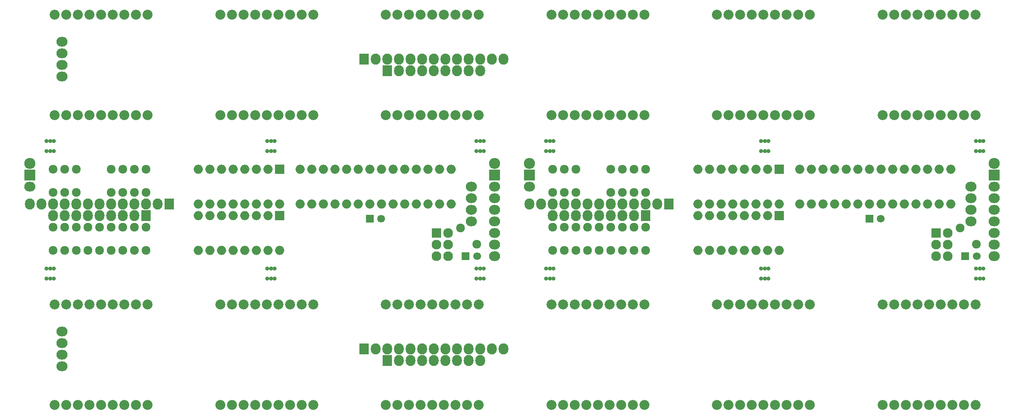
<source format=gbr>
G04 #@! TF.FileFunction,Soldermask,Bot*
%FSLAX46Y46*%
G04 Gerber Fmt 4.6, Leading zero omitted, Abs format (unit mm)*
G04 Created by KiCad (PCBNEW 4.0.4-1.fc25-product) date Wed Feb 22 20:12:38 2017*
%MOMM*%
%LPD*%
G01*
G04 APERTURE LIST*
%ADD10C,0.100000*%
%ADD11C,0.900000*%
%ADD12R,1.700000X1.700000*%
%ADD13C,1.700000*%
%ADD14O,2.000000X2.000000*%
%ADD15R,2.127200X2.127200*%
%ADD16O,2.127200X2.127200*%
%ADD17R,2.127200X2.432000*%
%ADD18O,2.127200X2.432000*%
%ADD19C,1.924000*%
%ADD20O,2.432000X2.127200*%
%ADD21R,2.432000X2.432000*%
%ADD22O,2.432000X2.432000*%
%ADD23R,2.000000X2.000000*%
%ADD24C,2.178000*%
G04 APERTURE END LIST*
D10*
D11*
X260350000Y-142410000D03*
X260350000Y-144610000D03*
X261150000Y-142410000D03*
X259550000Y-142410000D03*
X259550000Y-144610000D03*
X261150000Y-144610000D03*
X260350000Y-114470000D03*
X260350000Y-116670000D03*
X261150000Y-114470000D03*
X259550000Y-114470000D03*
X259550000Y-116670000D03*
X261150000Y-116670000D03*
X152400000Y-142410000D03*
X152400000Y-144610000D03*
X153200000Y-142410000D03*
X151600000Y-142410000D03*
X151600000Y-144610000D03*
X153200000Y-144610000D03*
X152400000Y-114470000D03*
X152400000Y-116670000D03*
X153200000Y-114470000D03*
X151600000Y-114470000D03*
X151600000Y-116670000D03*
X153200000Y-116670000D03*
X307340000Y-114470000D03*
X307340000Y-116670000D03*
X308140000Y-114470000D03*
X306540000Y-114470000D03*
X306540000Y-116670000D03*
X308140000Y-116670000D03*
X307340000Y-142410000D03*
X307340000Y-144610000D03*
X308140000Y-142410000D03*
X306540000Y-142410000D03*
X306540000Y-144610000D03*
X308140000Y-144610000D03*
X213360000Y-142410000D03*
X213360000Y-144610000D03*
X214160000Y-142410000D03*
X212560000Y-142410000D03*
X212560000Y-144610000D03*
X214160000Y-144610000D03*
X213360000Y-114470000D03*
X213360000Y-116670000D03*
X214160000Y-114470000D03*
X212560000Y-114470000D03*
X212560000Y-116670000D03*
X214160000Y-116670000D03*
X198120000Y-114470000D03*
X198120000Y-116670000D03*
X198920000Y-114470000D03*
X197320000Y-114470000D03*
X197320000Y-116670000D03*
X198920000Y-116670000D03*
X198120000Y-142410000D03*
X198120000Y-144610000D03*
X198920000Y-142410000D03*
X197320000Y-142410000D03*
X197320000Y-144610000D03*
X198920000Y-144610000D03*
X104140000Y-142410000D03*
X104140000Y-144610000D03*
X104940000Y-142410000D03*
X103340000Y-142410000D03*
X103340000Y-144610000D03*
X104940000Y-144610000D03*
D12*
X173990000Y-131445000D03*
D13*
X176490000Y-131445000D03*
D14*
X191770000Y-120650000D03*
X189230000Y-120650000D03*
X186690000Y-120650000D03*
X184150000Y-120650000D03*
X181610000Y-120650000D03*
X179070000Y-120650000D03*
X176530000Y-120650000D03*
X173990000Y-120650000D03*
X171450000Y-120650000D03*
X168910000Y-120650000D03*
X166370000Y-120650000D03*
X163830000Y-120650000D03*
X161290000Y-120650000D03*
X158750000Y-120650000D03*
X158750000Y-128270000D03*
X161290000Y-128270000D03*
X163830000Y-128270000D03*
X166370000Y-128270000D03*
X168910000Y-128270000D03*
X171450000Y-128270000D03*
X173990000Y-128270000D03*
X176530000Y-128270000D03*
X179070000Y-128270000D03*
X181610000Y-128270000D03*
X184150000Y-128270000D03*
X186690000Y-128270000D03*
X189230000Y-128270000D03*
X191770000Y-128270000D03*
D12*
X194945000Y-139700000D03*
D13*
X197445000Y-139700000D03*
D15*
X188595000Y-134620000D03*
D16*
X191135000Y-134620000D03*
X191135000Y-137160000D03*
X188595000Y-137160000D03*
X191135000Y-139700000D03*
X188595000Y-139700000D03*
D17*
X130175000Y-128270000D03*
D18*
X127635000Y-128270000D03*
X125095000Y-128270000D03*
X122555000Y-128270000D03*
X120015000Y-128270000D03*
X117475000Y-128270000D03*
X114935000Y-128270000D03*
X112395000Y-128270000D03*
X109855000Y-128270000D03*
X107315000Y-128270000D03*
X104775000Y-128270000D03*
X102235000Y-128270000D03*
X99695000Y-128270000D03*
D17*
X125095000Y-130810000D03*
D18*
X122555000Y-130810000D03*
X120015000Y-130810000D03*
X117475000Y-130810000D03*
X114935000Y-130810000D03*
X112395000Y-130810000D03*
X109855000Y-130810000D03*
X107315000Y-130810000D03*
X104775000Y-130810000D03*
D19*
X125095000Y-133350000D03*
X125095000Y-138430000D03*
X122555000Y-133350000D03*
X122555000Y-138430000D03*
X120015000Y-133350000D03*
X120015000Y-138430000D03*
X117475000Y-133350000D03*
X117475000Y-138430000D03*
X114935000Y-133350000D03*
X114935000Y-138430000D03*
X112395000Y-133350000D03*
X112395000Y-138430000D03*
X109855000Y-133350000D03*
X109855000Y-138430000D03*
X107315000Y-133350000D03*
X107315000Y-138430000D03*
X104775000Y-133350000D03*
X104775000Y-138430000D03*
X125095000Y-125730000D03*
X125095000Y-120650000D03*
X122555000Y-125730000D03*
X122555000Y-120650000D03*
X120015000Y-125730000D03*
X120015000Y-120650000D03*
X117475000Y-125730000D03*
X117475000Y-120650000D03*
X109855000Y-125730000D03*
X109855000Y-120650000D03*
X107315000Y-125730000D03*
X107315000Y-120650000D03*
X104775000Y-125730000D03*
X104775000Y-120650000D03*
X197376051Y-137051051D03*
X193783949Y-133458949D03*
D20*
X201295000Y-127000000D03*
X201295000Y-129540000D03*
X201295000Y-132080000D03*
X201295000Y-134620000D03*
X201295000Y-137160000D03*
X201295000Y-139700000D03*
D21*
X201295000Y-121920000D03*
D22*
X201295000Y-119380000D03*
D21*
X99695000Y-121920000D03*
D22*
X99695000Y-119380000D03*
D23*
X154305000Y-120650000D03*
D14*
X136525000Y-128270000D03*
X151765000Y-120650000D03*
X139065000Y-128270000D03*
X149225000Y-120650000D03*
X141605000Y-128270000D03*
X146685000Y-120650000D03*
X144145000Y-128270000D03*
X144145000Y-120650000D03*
X146685000Y-128270000D03*
X141605000Y-120650000D03*
X149225000Y-128270000D03*
X139065000Y-120650000D03*
X151765000Y-128270000D03*
X136525000Y-120650000D03*
X154305000Y-128270000D03*
D23*
X154305000Y-130810000D03*
D14*
X136525000Y-138430000D03*
X151765000Y-130810000D03*
X139065000Y-138430000D03*
X149225000Y-130810000D03*
X141605000Y-138430000D03*
X146685000Y-130810000D03*
X144145000Y-138430000D03*
X144145000Y-130810000D03*
X146685000Y-138430000D03*
X141605000Y-130810000D03*
X149225000Y-138430000D03*
X139065000Y-130810000D03*
X151765000Y-138430000D03*
X136525000Y-130810000D03*
X154305000Y-138430000D03*
D20*
X196215000Y-132080000D03*
X196215000Y-129540000D03*
X196215000Y-127000000D03*
X196215000Y-124460000D03*
X201295000Y-124460000D03*
X99695000Y-124460000D03*
D12*
X283210000Y-131445000D03*
D13*
X285710000Y-131445000D03*
D14*
X300990000Y-120650000D03*
X298450000Y-120650000D03*
X295910000Y-120650000D03*
X293370000Y-120650000D03*
X290830000Y-120650000D03*
X288290000Y-120650000D03*
X285750000Y-120650000D03*
X283210000Y-120650000D03*
X280670000Y-120650000D03*
X278130000Y-120650000D03*
X275590000Y-120650000D03*
X273050000Y-120650000D03*
X270510000Y-120650000D03*
X267970000Y-120650000D03*
X267970000Y-128270000D03*
X270510000Y-128270000D03*
X273050000Y-128270000D03*
X275590000Y-128270000D03*
X278130000Y-128270000D03*
X280670000Y-128270000D03*
X283210000Y-128270000D03*
X285750000Y-128270000D03*
X288290000Y-128270000D03*
X290830000Y-128270000D03*
X293370000Y-128270000D03*
X295910000Y-128270000D03*
X298450000Y-128270000D03*
X300990000Y-128270000D03*
D12*
X304165000Y-139700000D03*
D13*
X306665000Y-139700000D03*
D15*
X297815000Y-134620000D03*
D16*
X300355000Y-134620000D03*
X300355000Y-137160000D03*
X297815000Y-137160000D03*
X300355000Y-139700000D03*
X297815000Y-139700000D03*
D17*
X239395000Y-128270000D03*
D18*
X236855000Y-128270000D03*
X234315000Y-128270000D03*
X231775000Y-128270000D03*
X229235000Y-128270000D03*
X226695000Y-128270000D03*
X224155000Y-128270000D03*
X221615000Y-128270000D03*
X219075000Y-128270000D03*
X216535000Y-128270000D03*
X213995000Y-128270000D03*
X211455000Y-128270000D03*
X208915000Y-128270000D03*
D17*
X234315000Y-130810000D03*
D18*
X231775000Y-130810000D03*
X229235000Y-130810000D03*
X226695000Y-130810000D03*
X224155000Y-130810000D03*
X221615000Y-130810000D03*
X219075000Y-130810000D03*
X216535000Y-130810000D03*
X213995000Y-130810000D03*
D19*
X234315000Y-133350000D03*
X234315000Y-138430000D03*
X231775000Y-133350000D03*
X231775000Y-138430000D03*
X229235000Y-133350000D03*
X229235000Y-138430000D03*
X226695000Y-133350000D03*
X226695000Y-138430000D03*
X224155000Y-133350000D03*
X224155000Y-138430000D03*
X221615000Y-133350000D03*
X221615000Y-138430000D03*
X219075000Y-133350000D03*
X219075000Y-138430000D03*
X216535000Y-133350000D03*
X216535000Y-138430000D03*
X213995000Y-133350000D03*
X213995000Y-138430000D03*
X234315000Y-125730000D03*
X234315000Y-120650000D03*
X231775000Y-125730000D03*
X231775000Y-120650000D03*
X229235000Y-125730000D03*
X229235000Y-120650000D03*
X226695000Y-125730000D03*
X226695000Y-120650000D03*
X219075000Y-125730000D03*
X219075000Y-120650000D03*
X216535000Y-125730000D03*
X216535000Y-120650000D03*
X213995000Y-125730000D03*
X213995000Y-120650000D03*
X306596051Y-137051051D03*
X303003949Y-133458949D03*
D20*
X310515000Y-127000000D03*
X310515000Y-129540000D03*
X310515000Y-132080000D03*
X310515000Y-134620000D03*
X310515000Y-137160000D03*
X310515000Y-139700000D03*
D21*
X310515000Y-121920000D03*
D22*
X310515000Y-119380000D03*
D21*
X208915000Y-121920000D03*
D22*
X208915000Y-119380000D03*
D23*
X263525000Y-120650000D03*
D14*
X245745000Y-128270000D03*
X260985000Y-120650000D03*
X248285000Y-128270000D03*
X258445000Y-120650000D03*
X250825000Y-128270000D03*
X255905000Y-120650000D03*
X253365000Y-128270000D03*
X253365000Y-120650000D03*
X255905000Y-128270000D03*
X250825000Y-120650000D03*
X258445000Y-128270000D03*
X248285000Y-120650000D03*
X260985000Y-128270000D03*
X245745000Y-120650000D03*
X263525000Y-128270000D03*
D23*
X263525000Y-130810000D03*
D14*
X245745000Y-138430000D03*
X260985000Y-130810000D03*
X248285000Y-138430000D03*
X258445000Y-130810000D03*
X250825000Y-138430000D03*
X255905000Y-130810000D03*
X253365000Y-138430000D03*
X253365000Y-130810000D03*
X255905000Y-138430000D03*
X250825000Y-130810000D03*
X258445000Y-138430000D03*
X248285000Y-130810000D03*
X260985000Y-138430000D03*
X245745000Y-130810000D03*
X263525000Y-138430000D03*
D20*
X305435000Y-132080000D03*
X305435000Y-129540000D03*
X305435000Y-127000000D03*
X305435000Y-124460000D03*
X310515000Y-124460000D03*
X208915000Y-124460000D03*
X106680000Y-100330000D03*
X106680000Y-97790000D03*
X106680000Y-95250000D03*
X106680000Y-92710000D03*
D24*
X105092500Y-108790000D03*
X107632500Y-108790000D03*
X110172500Y-108790000D03*
X112712500Y-108790000D03*
X115252500Y-108790000D03*
X117792500Y-108790000D03*
X120332500Y-108790000D03*
X122872500Y-108790000D03*
X125412500Y-108790000D03*
X105092500Y-86790000D03*
X107632500Y-86790000D03*
X110172500Y-86790000D03*
X112712500Y-86790000D03*
X115252500Y-86790000D03*
X117792500Y-86790000D03*
X120332500Y-86790000D03*
X122872500Y-86790000D03*
X125412500Y-86790000D03*
X141287500Y-108790000D03*
X143827500Y-108790000D03*
X146367500Y-108790000D03*
X148907500Y-108790000D03*
X151447500Y-108790000D03*
X153987500Y-108790000D03*
X156527500Y-108790000D03*
X159067500Y-108790000D03*
X161607500Y-108790000D03*
X141287500Y-86790000D03*
X143827500Y-86790000D03*
X146367500Y-86790000D03*
X148907500Y-86790000D03*
X151447500Y-86790000D03*
X153987500Y-86790000D03*
X156527500Y-86790000D03*
X159067500Y-86790000D03*
X161607500Y-86790000D03*
X286067500Y-108790000D03*
X288607500Y-108790000D03*
X291147500Y-108790000D03*
X293687500Y-108790000D03*
X296227500Y-108790000D03*
X298767500Y-108790000D03*
X301307500Y-108790000D03*
X303847500Y-108790000D03*
X306387500Y-108790000D03*
X286067500Y-86790000D03*
X288607500Y-86790000D03*
X291147500Y-86790000D03*
X293687500Y-86790000D03*
X296227500Y-86790000D03*
X298767500Y-86790000D03*
X301307500Y-86790000D03*
X303847500Y-86790000D03*
X306387500Y-86790000D03*
X177482500Y-108790000D03*
X180022500Y-108790000D03*
X182562500Y-108790000D03*
X185102500Y-108790000D03*
X187642500Y-108790000D03*
X190182500Y-108790000D03*
X192722500Y-108790000D03*
X195262500Y-108790000D03*
X197802500Y-108790000D03*
X177482500Y-86790000D03*
X180022500Y-86790000D03*
X182562500Y-86790000D03*
X185102500Y-86790000D03*
X187642500Y-86790000D03*
X190182500Y-86790000D03*
X192722500Y-86790000D03*
X195262500Y-86790000D03*
X197802500Y-86790000D03*
X213677500Y-108790000D03*
X216217500Y-108790000D03*
X218757500Y-108790000D03*
X221297500Y-108790000D03*
X223837500Y-108790000D03*
X226377500Y-108790000D03*
X228917500Y-108790000D03*
X231457500Y-108790000D03*
X233997500Y-108790000D03*
X213677500Y-86790000D03*
X216217500Y-86790000D03*
X218757500Y-86790000D03*
X221297500Y-86790000D03*
X223837500Y-86790000D03*
X226377500Y-86790000D03*
X228917500Y-86790000D03*
X231457500Y-86790000D03*
X233997500Y-86790000D03*
X249872500Y-108790000D03*
X252412500Y-108790000D03*
X254952500Y-108790000D03*
X257492500Y-108790000D03*
X260032500Y-108790000D03*
X262572500Y-108790000D03*
X265112500Y-108790000D03*
X267652500Y-108790000D03*
X270192500Y-108790000D03*
X249872500Y-86790000D03*
X252412500Y-86790000D03*
X254952500Y-86790000D03*
X257492500Y-86790000D03*
X260032500Y-86790000D03*
X262572500Y-86790000D03*
X265112500Y-86790000D03*
X267652500Y-86790000D03*
X270192500Y-86790000D03*
D17*
X172720000Y-96520000D03*
D18*
X175260000Y-96520000D03*
X177800000Y-96520000D03*
X180340000Y-96520000D03*
X182880000Y-96520000D03*
X185420000Y-96520000D03*
X187960000Y-96520000D03*
X190500000Y-96520000D03*
X193040000Y-96520000D03*
X195580000Y-96520000D03*
X198120000Y-96520000D03*
X200660000Y-96520000D03*
X203200000Y-96520000D03*
D17*
X177800000Y-99060000D03*
D18*
X180340000Y-99060000D03*
X182880000Y-99060000D03*
X185420000Y-99060000D03*
X187960000Y-99060000D03*
X190500000Y-99060000D03*
X193040000Y-99060000D03*
X195580000Y-99060000D03*
X198120000Y-99060000D03*
D20*
X106680000Y-163830000D03*
X106680000Y-161290000D03*
X106680000Y-158750000D03*
X106680000Y-156210000D03*
D24*
X105092500Y-172290000D03*
X107632500Y-172290000D03*
X110172500Y-172290000D03*
X112712500Y-172290000D03*
X115252500Y-172290000D03*
X117792500Y-172290000D03*
X120332500Y-172290000D03*
X122872500Y-172290000D03*
X125412500Y-172290000D03*
X105092500Y-150290000D03*
X107632500Y-150290000D03*
X110172500Y-150290000D03*
X112712500Y-150290000D03*
X115252500Y-150290000D03*
X117792500Y-150290000D03*
X120332500Y-150290000D03*
X122872500Y-150290000D03*
X125412500Y-150290000D03*
X141287500Y-172290000D03*
X143827500Y-172290000D03*
X146367500Y-172290000D03*
X148907500Y-172290000D03*
X151447500Y-172290000D03*
X153987500Y-172290000D03*
X156527500Y-172290000D03*
X159067500Y-172290000D03*
X161607500Y-172290000D03*
X141287500Y-150290000D03*
X143827500Y-150290000D03*
X146367500Y-150290000D03*
X148907500Y-150290000D03*
X151447500Y-150290000D03*
X153987500Y-150290000D03*
X156527500Y-150290000D03*
X159067500Y-150290000D03*
X161607500Y-150290000D03*
X286067500Y-172290000D03*
X288607500Y-172290000D03*
X291147500Y-172290000D03*
X293687500Y-172290000D03*
X296227500Y-172290000D03*
X298767500Y-172290000D03*
X301307500Y-172290000D03*
X303847500Y-172290000D03*
X306387500Y-172290000D03*
X286067500Y-150290000D03*
X288607500Y-150290000D03*
X291147500Y-150290000D03*
X293687500Y-150290000D03*
X296227500Y-150290000D03*
X298767500Y-150290000D03*
X301307500Y-150290000D03*
X303847500Y-150290000D03*
X306387500Y-150290000D03*
X177482500Y-172290000D03*
X180022500Y-172290000D03*
X182562500Y-172290000D03*
X185102500Y-172290000D03*
X187642500Y-172290000D03*
X190182500Y-172290000D03*
X192722500Y-172290000D03*
X195262500Y-172290000D03*
X197802500Y-172290000D03*
X177482500Y-150290000D03*
X180022500Y-150290000D03*
X182562500Y-150290000D03*
X185102500Y-150290000D03*
X187642500Y-150290000D03*
X190182500Y-150290000D03*
X192722500Y-150290000D03*
X195262500Y-150290000D03*
X197802500Y-150290000D03*
X213677500Y-172290000D03*
X216217500Y-172290000D03*
X218757500Y-172290000D03*
X221297500Y-172290000D03*
X223837500Y-172290000D03*
X226377500Y-172290000D03*
X228917500Y-172290000D03*
X231457500Y-172290000D03*
X233997500Y-172290000D03*
X213677500Y-150290000D03*
X216217500Y-150290000D03*
X218757500Y-150290000D03*
X221297500Y-150290000D03*
X223837500Y-150290000D03*
X226377500Y-150290000D03*
X228917500Y-150290000D03*
X231457500Y-150290000D03*
X233997500Y-150290000D03*
X249872500Y-172290000D03*
X252412500Y-172290000D03*
X254952500Y-172290000D03*
X257492500Y-172290000D03*
X260032500Y-172290000D03*
X262572500Y-172290000D03*
X265112500Y-172290000D03*
X267652500Y-172290000D03*
X270192500Y-172290000D03*
X249872500Y-150290000D03*
X252412500Y-150290000D03*
X254952500Y-150290000D03*
X257492500Y-150290000D03*
X260032500Y-150290000D03*
X262572500Y-150290000D03*
X265112500Y-150290000D03*
X267652500Y-150290000D03*
X270192500Y-150290000D03*
D17*
X172720000Y-160020000D03*
D18*
X175260000Y-160020000D03*
X177800000Y-160020000D03*
X180340000Y-160020000D03*
X182880000Y-160020000D03*
X185420000Y-160020000D03*
X187960000Y-160020000D03*
X190500000Y-160020000D03*
X193040000Y-160020000D03*
X195580000Y-160020000D03*
X198120000Y-160020000D03*
X200660000Y-160020000D03*
X203200000Y-160020000D03*
D17*
X177800000Y-162560000D03*
D18*
X180340000Y-162560000D03*
X182880000Y-162560000D03*
X185420000Y-162560000D03*
X187960000Y-162560000D03*
X190500000Y-162560000D03*
X193040000Y-162560000D03*
X195580000Y-162560000D03*
X198120000Y-162560000D03*
D11*
X104140000Y-114470000D03*
X104140000Y-116670000D03*
X104940000Y-114470000D03*
X103340000Y-114470000D03*
X103340000Y-116670000D03*
X104940000Y-116670000D03*
M02*

</source>
